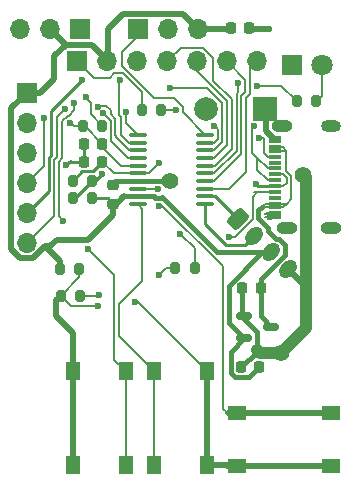
<source format=gbr>
G04 #@! TF.GenerationSoftware,KiCad,Pcbnew,7.0.8-7.0.8~ubuntu22.04.1*
G04 #@! TF.CreationDate,2024-07-29T11:47:05+09:00*
G04 #@! TF.ProjectId,FreqCounter3203,46726571-436f-4756-9e74-657233323033,rev?*
G04 #@! TF.SameCoordinates,Original*
G04 #@! TF.FileFunction,Copper,L1,Top*
G04 #@! TF.FilePolarity,Positive*
%FSLAX46Y46*%
G04 Gerber Fmt 4.6, Leading zero omitted, Abs format (unit mm)*
G04 Created by KiCad (PCBNEW 7.0.8-7.0.8~ubuntu22.04.1) date 2024-07-29 11:47:05*
%MOMM*%
%LPD*%
G01*
G04 APERTURE LIST*
G04 Aperture macros list*
%AMRoundRect*
0 Rectangle with rounded corners*
0 $1 Rounding radius*
0 $2 $3 $4 $5 $6 $7 $8 $9 X,Y pos of 4 corners*
0 Add a 4 corners polygon primitive as box body*
4,1,4,$2,$3,$4,$5,$6,$7,$8,$9,$2,$3,0*
0 Add four circle primitives for the rounded corners*
1,1,$1+$1,$2,$3*
1,1,$1+$1,$4,$5*
1,1,$1+$1,$6,$7*
1,1,$1+$1,$8,$9*
0 Add four rect primitives between the rounded corners*
20,1,$1+$1,$2,$3,$4,$5,0*
20,1,$1+$1,$4,$5,$6,$7,0*
20,1,$1+$1,$6,$7,$8,$9,0*
20,1,$1+$1,$8,$9,$2,$3,0*%
%AMHorizOval*
0 Thick line with rounded ends*
0 $1 width*
0 $2 $3 position (X,Y) of the first rounded end (center of the circle)*
0 $4 $5 position (X,Y) of the second rounded end (center of the circle)*
0 Add line between two ends*
20,1,$1,$2,$3,$4,$5,0*
0 Add two circle primitives to create the rounded ends*
1,1,$1,$2,$3*
1,1,$1,$4,$5*%
G04 Aperture macros list end*
G04 #@! TA.AperFunction,SMDPad,CuDef*
%ADD10RoundRect,0.200000X-0.200000X-0.275000X0.200000X-0.275000X0.200000X0.275000X-0.200000X0.275000X0*%
G04 #@! TD*
G04 #@! TA.AperFunction,ComponentPad*
%ADD11R,1.800000X1.800000*%
G04 #@! TD*
G04 #@! TA.AperFunction,ComponentPad*
%ADD12C,1.800000*%
G04 #@! TD*
G04 #@! TA.AperFunction,SMDPad,CuDef*
%ADD13RoundRect,0.200000X0.200000X0.275000X-0.200000X0.275000X-0.200000X-0.275000X0.200000X-0.275000X0*%
G04 #@! TD*
G04 #@! TA.AperFunction,SMDPad,CuDef*
%ADD14RoundRect,0.225000X-0.225000X-0.250000X0.225000X-0.250000X0.225000X0.250000X-0.225000X0.250000X0*%
G04 #@! TD*
G04 #@! TA.AperFunction,ComponentPad*
%ADD15R,1.700000X1.700000*%
G04 #@! TD*
G04 #@! TA.AperFunction,ComponentPad*
%ADD16O,1.700000X1.700000*%
G04 #@! TD*
G04 #@! TA.AperFunction,SMDPad,CuDef*
%ADD17R,1.300000X1.550000*%
G04 #@! TD*
G04 #@! TA.AperFunction,SMDPad,CuDef*
%ADD18RoundRect,0.225000X0.250000X-0.225000X0.250000X0.225000X-0.250000X0.225000X-0.250000X-0.225000X0*%
G04 #@! TD*
G04 #@! TA.AperFunction,SMDPad,CuDef*
%ADD19RoundRect,0.150000X-0.512500X-0.150000X0.512500X-0.150000X0.512500X0.150000X-0.512500X0.150000X0*%
G04 #@! TD*
G04 #@! TA.AperFunction,SMDPad,CuDef*
%ADD20R,1.550000X1.300000*%
G04 #@! TD*
G04 #@! TA.AperFunction,SMDPad,CuDef*
%ADD21RoundRect,0.100000X-0.637500X-0.100000X0.637500X-0.100000X0.637500X0.100000X-0.637500X0.100000X0*%
G04 #@! TD*
G04 #@! TA.AperFunction,SMDPad,CuDef*
%ADD22R,1.140000X0.300000*%
G04 #@! TD*
G04 #@! TA.AperFunction,ComponentPad*
%ADD23O,1.800000X1.000000*%
G04 #@! TD*
G04 #@! TA.AperFunction,ComponentPad*
%ADD24O,1.700000X1.000000*%
G04 #@! TD*
G04 #@! TA.AperFunction,ComponentPad*
%ADD25R,2.000000X2.000000*%
G04 #@! TD*
G04 #@! TA.AperFunction,ComponentPad*
%ADD26C,2.000000*%
G04 #@! TD*
G04 #@! TA.AperFunction,ComponentPad*
%ADD27RoundRect,0.250000X-0.689429X-0.194454X-0.194454X-0.689429X0.689429X0.194454X0.194454X0.689429X0*%
G04 #@! TD*
G04 #@! TA.AperFunction,ComponentPad*
%ADD28HorizOval,1.200000X-0.194454X-0.194454X0.194454X0.194454X0*%
G04 #@! TD*
G04 #@! TA.AperFunction,ViaPad*
%ADD29C,0.600000*%
G04 #@! TD*
G04 #@! TA.AperFunction,ViaPad*
%ADD30C,1.399540*%
G04 #@! TD*
G04 #@! TA.AperFunction,Conductor*
%ADD31C,0.203200*%
G04 #@! TD*
G04 #@! TA.AperFunction,Conductor*
%ADD32C,0.508000*%
G04 #@! TD*
G04 #@! TA.AperFunction,Conductor*
%ADD33C,0.250000*%
G04 #@! TD*
G04 #@! TA.AperFunction,Conductor*
%ADD34C,0.254000*%
G04 #@! TD*
G04 #@! TA.AperFunction,Conductor*
%ADD35C,0.381000*%
G04 #@! TD*
G04 #@! TA.AperFunction,Conductor*
%ADD36C,1.016000*%
G04 #@! TD*
G04 APERTURE END LIST*
D10*
X133885600Y-59494800D03*
X135535600Y-59494800D03*
D11*
X153545600Y-42244800D03*
D12*
X156085600Y-42244800D03*
D13*
X136635600Y-52044800D03*
X134985600Y-52044800D03*
D14*
X149235600Y-67844800D03*
X150785600Y-67844800D03*
X135935600Y-48944800D03*
X137485600Y-48944800D03*
X148385600Y-39144800D03*
X149935600Y-39144800D03*
D15*
X140545600Y-39244800D03*
D16*
X143085600Y-39244800D03*
X145625600Y-39244800D03*
D13*
X137485600Y-47444800D03*
X135835600Y-47444800D03*
D17*
X146385600Y-68194800D03*
X146385600Y-76144800D03*
X141885600Y-68194800D03*
X141885600Y-76144800D03*
D14*
X135935600Y-50444800D03*
X137485600Y-50444800D03*
D18*
X138385600Y-53994800D03*
X138385600Y-52444800D03*
D19*
X149510600Y-63494800D03*
X149510600Y-65394800D03*
X151785600Y-64444800D03*
D10*
X133985600Y-61794800D03*
X135635600Y-61794800D03*
D17*
X134985600Y-76144800D03*
X134985600Y-68194800D03*
X139485600Y-76144800D03*
X139485600Y-68194800D03*
D14*
X149335600Y-61144800D03*
X150885600Y-61144800D03*
D15*
X135625600Y-39244800D03*
D16*
X133085600Y-39244800D03*
X130545600Y-39244800D03*
D13*
X145310600Y-59444800D03*
X143660600Y-59444800D03*
D20*
X156860600Y-76244800D03*
X148910600Y-76244800D03*
X156860600Y-71744800D03*
X148910600Y-71744800D03*
D13*
X142485600Y-46044800D03*
X140835600Y-46044800D03*
D10*
X153935600Y-45344800D03*
X155585600Y-45344800D03*
D21*
X140473100Y-48169800D03*
X140473100Y-48819800D03*
X140473100Y-49469800D03*
X140473100Y-50119800D03*
X140473100Y-50769800D03*
X140473100Y-51419800D03*
X140473100Y-52069800D03*
X140473100Y-52719800D03*
X140473100Y-53369800D03*
X140473100Y-54019800D03*
X146198100Y-54019800D03*
X146198100Y-53369800D03*
X146198100Y-52719800D03*
X146198100Y-52069800D03*
X146198100Y-51419800D03*
X146198100Y-50769800D03*
X146198100Y-50119800D03*
X146198100Y-49469800D03*
X146198100Y-48819800D03*
X146198100Y-48169800D03*
D13*
X136635600Y-53544800D03*
X134985600Y-53544800D03*
D22*
X152135600Y-55114800D03*
X152135600Y-54314800D03*
X152135600Y-53014800D03*
X152135600Y-52014800D03*
X152135600Y-51514800D03*
X152135600Y-50514800D03*
X152135600Y-49214800D03*
X152135600Y-48414800D03*
X152135600Y-48714800D03*
X152135600Y-49514800D03*
X152135600Y-50014800D03*
X152135600Y-51014800D03*
X152135600Y-52514800D03*
X152135600Y-53514800D03*
X152135600Y-54014800D03*
X152135600Y-54814800D03*
D23*
X153085600Y-56084800D03*
X156885600Y-56084800D03*
X152705600Y-47444800D03*
D24*
X156885600Y-47444800D03*
D15*
X135345600Y-41944800D03*
D16*
X137885600Y-41944800D03*
X140425600Y-41944800D03*
X142965600Y-41944800D03*
X145505600Y-41944800D03*
X148045600Y-41944800D03*
X150585600Y-41944800D03*
D15*
X131085600Y-44624800D03*
D16*
X131085600Y-47164800D03*
X131085600Y-49704800D03*
X131085600Y-52244800D03*
X131085600Y-54784800D03*
X131085600Y-57324800D03*
D25*
X151235600Y-45944800D03*
D26*
X146235600Y-45944800D03*
D27*
X148942959Y-55302159D03*
D28*
X150357173Y-56716373D03*
X151771386Y-58130586D03*
X153185600Y-59544800D03*
D29*
X148985600Y-43796400D03*
X151655600Y-55114800D03*
X140285600Y-62294800D03*
X137135600Y-62644800D03*
X134385600Y-50694800D03*
X134385600Y-50694800D03*
X150485600Y-52344800D03*
X137485600Y-51444800D03*
X142285600Y-60044800D03*
D30*
X152585600Y-66644800D03*
D29*
X137185600Y-61744800D03*
X151585600Y-39244800D03*
D30*
X154483249Y-51533730D03*
X143180532Y-52069570D03*
D29*
X134785600Y-47144800D03*
X142285600Y-50544800D03*
X143249380Y-44202023D03*
X132508600Y-46744800D03*
X137580800Y-46344800D03*
X135785600Y-43509233D03*
X138981621Y-43548783D03*
X150592000Y-44044800D03*
X134333128Y-45949810D03*
X137085600Y-45823000D03*
X134185600Y-55444800D03*
X139485600Y-46244800D03*
X136276170Y-57831224D03*
X135111912Y-45475912D03*
X142276405Y-54178079D03*
X142226496Y-52797079D03*
X146964847Y-47444693D03*
X148185600Y-56844800D03*
X144085600Y-56544800D03*
X150770903Y-48459497D03*
X143685600Y-46044800D03*
X136085600Y-44944800D03*
X150290400Y-47449937D03*
D31*
X148982400Y-44577790D02*
X148982400Y-43799600D01*
X142965600Y-41944800D02*
X144112544Y-40797856D01*
X150585600Y-41944800D02*
X149990400Y-42540000D01*
X149990400Y-44710210D02*
X149688800Y-45011810D01*
X153935600Y-45344800D02*
X152635600Y-44044800D01*
X146198100Y-50119800D02*
X146935600Y-50119800D01*
X146198100Y-51419800D02*
X146935600Y-51419800D01*
X150169303Y-47571034D02*
X150290400Y-47449937D01*
X150169303Y-49695031D02*
X150169303Y-47571034D01*
X146935600Y-50119800D02*
X148043600Y-49011800D01*
X149656400Y-51273999D02*
X148210599Y-52719800D01*
X149656400Y-47994211D02*
X149656400Y-51273999D01*
X150585600Y-50111328D02*
X150169303Y-49695031D01*
X148850000Y-49505400D02*
X148850000Y-44710189D01*
X148850000Y-44710189D02*
X148982400Y-44577790D01*
X147015390Y-50769800D02*
X146198100Y-50769800D01*
X148982400Y-43799600D02*
X148985600Y-43796400D01*
X144112544Y-40797856D02*
X146038656Y-40797856D01*
X146038656Y-40797856D02*
X146894000Y-41653200D01*
X148210599Y-52719800D02*
X146198100Y-52719800D01*
X146894000Y-43622039D02*
X148446800Y-45174839D01*
X152635600Y-44044800D02*
X150592000Y-44044800D01*
X148446800Y-45174839D02*
X148446800Y-49338390D01*
X148446800Y-49338390D02*
X147015390Y-50769800D01*
X146894000Y-41653200D02*
X146894000Y-43622039D01*
X148043600Y-49011800D02*
X148043600Y-45341849D01*
X145505600Y-42803850D02*
X145505600Y-41944800D01*
X149688800Y-45011810D02*
X149688800Y-47961811D01*
X146935600Y-51419800D02*
X148850000Y-49505400D01*
X149688800Y-47961811D02*
X149656400Y-47994211D01*
X148043600Y-45341849D02*
X145505600Y-42803850D01*
X149990400Y-42540000D02*
X149990400Y-44710210D01*
X148045600Y-41944800D02*
X149587200Y-43486400D01*
X149587200Y-43486400D02*
X149587200Y-44543200D01*
X149587200Y-44543200D02*
X149253200Y-44877200D01*
X149253200Y-44877200D02*
X149253200Y-49777200D01*
X149253200Y-49777200D02*
X146960600Y-52069800D01*
X146960600Y-52069800D02*
X146198100Y-52069800D01*
X146198100Y-49469800D02*
X146935600Y-49469800D01*
X146333563Y-44202023D02*
X143249380Y-44202023D01*
X147640400Y-45508860D02*
X146333563Y-44202023D01*
X146935600Y-49469800D02*
X147640400Y-48765000D01*
X147640400Y-48765000D02*
X147640400Y-45508860D01*
X152135600Y-55114800D02*
X151655600Y-55114800D01*
X152135600Y-54814800D02*
X151365600Y-54814800D01*
X151365600Y-54814800D02*
X151285600Y-54894800D01*
X151435600Y-54894800D02*
X151655600Y-55114800D01*
X151285600Y-54894800D02*
X151435600Y-54894800D01*
X152135600Y-55114800D02*
X151285600Y-55114800D01*
X140285600Y-62294800D02*
X140485600Y-62294800D01*
X140485600Y-62294800D02*
X146385600Y-68194800D01*
X138482400Y-60037454D02*
X136276170Y-57831224D01*
X140473100Y-54019800D02*
X140860600Y-54407300D01*
X139485600Y-68194800D02*
X138482400Y-67191600D01*
X138885600Y-65194800D02*
X141885600Y-68194800D01*
X138482400Y-67191600D02*
X138482400Y-60037454D01*
X140860600Y-54407300D02*
X140860600Y-60544800D01*
X140860600Y-60544800D02*
X138885600Y-62519800D01*
X138885600Y-62519800D02*
X138885600Y-65194800D01*
X133985600Y-61794800D02*
X134835600Y-62644800D01*
X134835600Y-62644800D02*
X137135600Y-62644800D01*
D32*
X153185600Y-59544800D02*
X154688511Y-61047711D01*
X154688511Y-61047711D02*
X154688511Y-64541889D01*
D31*
X134536409Y-46543200D02*
X134085600Y-46994009D01*
D33*
X134835600Y-50444800D02*
X134635600Y-50444800D01*
D34*
X131085600Y-54784800D02*
X132952201Y-52918199D01*
D31*
X133655800Y-46627138D02*
X134333128Y-45949810D01*
D33*
X134635600Y-50444800D02*
X134385600Y-50694800D01*
D31*
X135111912Y-45475912D02*
X135111912Y-46092528D01*
X133784000Y-50445609D02*
X133784000Y-55043200D01*
X134085600Y-50144009D02*
X133784000Y-50445609D01*
X133784000Y-55043200D02*
X134185600Y-55444800D01*
X133380800Y-55029600D02*
X133380800Y-50278598D01*
X134085600Y-46994009D02*
X134085600Y-50144009D01*
X134661240Y-46543200D02*
X134536409Y-46543200D01*
D34*
X132952201Y-50101065D02*
X133177198Y-49876068D01*
X133177198Y-46117635D02*
X135785600Y-43509233D01*
D31*
X135111912Y-46092528D02*
X134661240Y-46543200D01*
D34*
X133177198Y-49876068D02*
X133177198Y-46117635D01*
D31*
X133655800Y-50003599D02*
X133655800Y-46627138D01*
X133380800Y-50278598D02*
X133655800Y-50003599D01*
X131085600Y-57324800D02*
X133380800Y-55029600D01*
D34*
X132952201Y-52918199D02*
X132952201Y-50101065D01*
D33*
X135935600Y-50444800D02*
X134835600Y-50444800D01*
X134785600Y-50394800D02*
X134835600Y-50444800D01*
D35*
X150563600Y-66144800D02*
X150563600Y-66394800D01*
X150563600Y-66394800D02*
X150563600Y-66516800D01*
D36*
X152585600Y-66644800D02*
X150813600Y-66644800D01*
X150813600Y-66644800D02*
X150563600Y-66394800D01*
D31*
X139185600Y-42331760D02*
X140442120Y-43588280D01*
X140442120Y-43588280D02*
X141898640Y-45044800D01*
D32*
X131085600Y-44624800D02*
X132230508Y-44624800D01*
X132230508Y-44624800D02*
X133431366Y-43423942D01*
X133431366Y-43423942D02*
X133431366Y-41503034D01*
X133431366Y-41503034D02*
X134385600Y-40548800D01*
D36*
X154483249Y-51533730D02*
X154688511Y-51738992D01*
X154688511Y-51738992D02*
X154688511Y-64541889D01*
X154688511Y-64541889D02*
X152585600Y-66644800D01*
D31*
X152782128Y-51514800D02*
X153085600Y-51818272D01*
X152135600Y-51514800D02*
X152782128Y-51514800D01*
X153488800Y-53641600D02*
X153115600Y-54014800D01*
X153488800Y-51651262D02*
X153488800Y-53641600D01*
X153085600Y-51844800D02*
X153085600Y-52244800D01*
X153055600Y-49514800D02*
X153055600Y-51218062D01*
X153055600Y-51218062D02*
X153488800Y-51651262D01*
X153085600Y-52244800D02*
X152815600Y-52514800D01*
X152815600Y-52514800D02*
X152135600Y-52514800D01*
D33*
X150485600Y-52344800D02*
X150655600Y-52514800D01*
X150655600Y-52514800D02*
X152135600Y-52514800D01*
D35*
X143180302Y-52069800D02*
X143180532Y-52069570D01*
D31*
X142569670Y-54178079D02*
X142276405Y-54178079D01*
X147693501Y-71352701D02*
X147693501Y-59301910D01*
D35*
X142512511Y-53487579D02*
X142540592Y-53459498D01*
X141822702Y-53369800D02*
X141940481Y-53487579D01*
X141940481Y-53487579D02*
X142512511Y-53487579D01*
D31*
X147693501Y-59301910D02*
X142569670Y-54178079D01*
D35*
X142540592Y-53459498D02*
X142558423Y-53459498D01*
D31*
X142149217Y-52719800D02*
X142226496Y-52797079D01*
D35*
X147229511Y-58130586D02*
X151004364Y-58130586D01*
X140473100Y-52069800D02*
X143180302Y-52069800D01*
X140473100Y-53369800D02*
X141822702Y-53369800D01*
D31*
X148085600Y-71744800D02*
X147693501Y-71352701D01*
D35*
X142558423Y-53459498D02*
X147229511Y-58130586D01*
D31*
X140473100Y-52719800D02*
X142149217Y-52719800D01*
X137162200Y-50843200D02*
X137160600Y-50844800D01*
X137884000Y-50843200D02*
X137162200Y-50843200D01*
X137885600Y-50844800D02*
X137884000Y-50843200D01*
D33*
X136635600Y-52044800D02*
X136885600Y-52044800D01*
X136885600Y-52044800D02*
X137485600Y-51444800D01*
X136635600Y-53544800D02*
X137935600Y-53544800D01*
X137935600Y-53544800D02*
X138385600Y-53994800D01*
X134985600Y-52044800D02*
X135785600Y-51244800D01*
X135785600Y-51244800D02*
X136685600Y-51244800D01*
X136685600Y-51244800D02*
X137485600Y-50444800D01*
X134985600Y-53544800D02*
X135135600Y-53544800D01*
X135135600Y-53544800D02*
X136635600Y-52044800D01*
X135935600Y-48944800D02*
X135935600Y-50444800D01*
D31*
X140835600Y-46044800D02*
X140835600Y-44551970D01*
D32*
X151356689Y-46065889D02*
X151356689Y-47843248D01*
D31*
X142885600Y-59444800D02*
X142285600Y-60044800D01*
X138512560Y-42944800D02*
X138112560Y-43344800D01*
D35*
X150563600Y-64847800D02*
X150563600Y-66144800D01*
D31*
X136745600Y-43344800D02*
X135345600Y-41944800D01*
D32*
X151235600Y-45944800D02*
X151356689Y-46065889D01*
D31*
X143660600Y-59444800D02*
X142885600Y-59444800D01*
X140835600Y-44551970D02*
X139228430Y-42944800D01*
D35*
X140473100Y-52069800D02*
X139585600Y-52069800D01*
X139585600Y-52069800D02*
X139260600Y-52069800D01*
D32*
X150035600Y-39244800D02*
X149935600Y-39144800D01*
X151356689Y-47843248D02*
X151928241Y-48414800D01*
D31*
X138112560Y-43344800D02*
X136745600Y-43344800D01*
D32*
X151585600Y-39244800D02*
X150035600Y-39244800D01*
D31*
X137135600Y-61794800D02*
X137185600Y-61744800D01*
D35*
X149510600Y-63794800D02*
X150563600Y-64847800D01*
X139585600Y-52069800D02*
X138585600Y-52069800D01*
X149510600Y-63494800D02*
X149510600Y-63794800D01*
X150563600Y-66516800D02*
X149235600Y-67844800D01*
X149335600Y-61144800D02*
X149335600Y-63319800D01*
D31*
X135635600Y-61794800D02*
X137135600Y-61794800D01*
X139228430Y-42944800D02*
X138512560Y-42944800D01*
D35*
X149335600Y-63319800D02*
X149510600Y-63494800D01*
D31*
X135835600Y-47444800D02*
X135085600Y-47444800D01*
X135985600Y-47444800D02*
X137485600Y-48944800D01*
X139030326Y-50769800D02*
X140473100Y-50769800D01*
X137485600Y-48944800D02*
X137485600Y-49225074D01*
X137485600Y-49225074D02*
X139030326Y-50769800D01*
X135835600Y-47444800D02*
X135985600Y-47444800D01*
X135085600Y-47444800D02*
X134785600Y-47144800D01*
D32*
X139360600Y-53369800D02*
X138385600Y-54344800D01*
D35*
X140473100Y-53369800D02*
X139360600Y-53369800D01*
D32*
X133619133Y-57077585D02*
X133168759Y-57527959D01*
D35*
X148751100Y-68710300D02*
X148385600Y-68344800D01*
D32*
X148485600Y-39244800D02*
X145625600Y-39244800D01*
D35*
X148385600Y-68344800D02*
X148385600Y-66519800D01*
D32*
X138385600Y-54344800D02*
X138385600Y-54944800D01*
D35*
X148185600Y-64069800D02*
X149510600Y-65394800D01*
X151771386Y-58130586D02*
X151004364Y-58130586D01*
D32*
X134385600Y-40544800D02*
X133085600Y-39244800D01*
X134385600Y-40548800D02*
X136609600Y-40548800D01*
D35*
X148385600Y-66519800D02*
X149510600Y-65394800D01*
D32*
X138385600Y-54944800D02*
X136252815Y-57077585D01*
X139241600Y-37940800D02*
X138005600Y-39176800D01*
X136609600Y-40548800D02*
X138005600Y-41944800D01*
D35*
X151004364Y-58130586D02*
X148185600Y-60949350D01*
D32*
X138005600Y-39176800D02*
X138005600Y-41944800D01*
D35*
X150785600Y-67844800D02*
X149920100Y-68710300D01*
D32*
X133885600Y-58844800D02*
X132647667Y-57606867D01*
X130545465Y-58628800D02*
X129781600Y-57864935D01*
X145625600Y-39244800D02*
X144321600Y-37940800D01*
X133089851Y-57606867D02*
X133168759Y-57527959D01*
X132647667Y-57606867D02*
X133089851Y-57606867D01*
X134385600Y-40548800D02*
X134385600Y-40544800D01*
X136252815Y-57077585D02*
X133619133Y-57077585D01*
X133885600Y-59494800D02*
X133885600Y-58844800D01*
X129781600Y-57864935D02*
X129781600Y-45928800D01*
D35*
X149920100Y-68710300D02*
X148751100Y-68710300D01*
D32*
X129781600Y-45928800D02*
X131085600Y-44624800D01*
D35*
X140473100Y-53369800D02*
X139691928Y-53369800D01*
D32*
X131625735Y-58628800D02*
X130545465Y-58628800D01*
X144321600Y-37940800D02*
X139241600Y-37940800D01*
D35*
X148185600Y-60949350D02*
X148185600Y-64069800D01*
D32*
X132647667Y-57606867D02*
X131625735Y-58628800D01*
D31*
X137485600Y-50444800D02*
X138460600Y-51419800D01*
X142485600Y-50344800D02*
X142285600Y-50544800D01*
X138460600Y-51419800D02*
X140473100Y-51419800D01*
X141410600Y-51419800D02*
X142285600Y-50544800D01*
X140473100Y-51419800D02*
X141410600Y-51419800D01*
X156085600Y-44844800D02*
X155585600Y-45344800D01*
X156085600Y-42244800D02*
X156085600Y-44844800D01*
X143536391Y-45044800D02*
X144287200Y-45795609D01*
X139810600Y-40519800D02*
X139185600Y-41144800D01*
X144287200Y-45795609D02*
X144287200Y-46258900D01*
X139810600Y-40519800D02*
X139934000Y-40396400D01*
X144287200Y-46258900D02*
X146198100Y-48169800D01*
X140545600Y-39244800D02*
X140545600Y-39784800D01*
X140545600Y-39784800D02*
X139810600Y-40519800D01*
X141898640Y-45044800D02*
X143536391Y-45044800D01*
X139185600Y-41144800D02*
X139185600Y-42331760D01*
D32*
X147985600Y-76144800D02*
X146385600Y-76144800D01*
X148085600Y-76244800D02*
X147985600Y-76144800D01*
X134985600Y-64944800D02*
X134985600Y-68194800D01*
X133585600Y-62194800D02*
X133585600Y-63544800D01*
X133985600Y-61794800D02*
X133585600Y-62194800D01*
X134985600Y-68194800D02*
X134985600Y-76144800D01*
D31*
X135535600Y-60244800D02*
X133985600Y-61794800D01*
D32*
X156035600Y-76244800D02*
X148085600Y-76244800D01*
D31*
X135535600Y-59494800D02*
X135535600Y-60244800D01*
D32*
X133585600Y-63544800D02*
X134985600Y-64944800D01*
X146385600Y-76144800D02*
X146385600Y-68194800D01*
D31*
X138187200Y-48329770D02*
X138187200Y-46962032D01*
X138187200Y-46962032D02*
X137580800Y-46355632D01*
X139660600Y-50119800D02*
X138237200Y-48696400D01*
X132508600Y-50821800D02*
X132508600Y-46744800D01*
X140473100Y-50119800D02*
X139660600Y-50119800D01*
X137580800Y-46355632D02*
X137580800Y-46344800D01*
X138237200Y-48696400D02*
X138237200Y-48379770D01*
X131085600Y-52244800D02*
X132508600Y-50821800D01*
X138237200Y-48379770D02*
X138187200Y-48329770D01*
X138884000Y-43646404D02*
X138981621Y-43548783D01*
X139082400Y-46692391D02*
X138884000Y-46493991D01*
X140473100Y-48819800D02*
X139735600Y-48819800D01*
X138884000Y-46493991D02*
X138884000Y-43646404D01*
X139082400Y-48166600D02*
X139082400Y-46692391D01*
X139735600Y-48819800D02*
X139082400Y-48166600D01*
X139735600Y-49469800D02*
X138640400Y-48374600D01*
X138590400Y-48162760D02*
X138590400Y-46795022D01*
X138182400Y-46387022D02*
X138182400Y-46095609D01*
X138640400Y-48212760D02*
X138590400Y-48162760D01*
X138182400Y-46095609D02*
X137829991Y-45743200D01*
X137165400Y-45743200D02*
X137085600Y-45823000D01*
X140473100Y-49469800D02*
X139735600Y-49469800D01*
X138590400Y-46795022D02*
X138182400Y-46387022D01*
X137829991Y-45743200D02*
X137165400Y-45743200D01*
X138640400Y-48374600D02*
X138640400Y-48212760D01*
X153115600Y-54014800D02*
X152815600Y-54314800D01*
X152135600Y-54014800D02*
X153115600Y-54014800D01*
D35*
X151542127Y-56097261D02*
X150693501Y-55248635D01*
D31*
X152135600Y-49214800D02*
X152755600Y-49214800D01*
D35*
X150693501Y-55248635D02*
X150693501Y-54536899D01*
X150885600Y-61144800D02*
X150885600Y-63544800D01*
D31*
X153055600Y-49514800D02*
X152135600Y-49514800D01*
D35*
X150885600Y-63544800D02*
X151785600Y-64444800D01*
D31*
X152755600Y-49214800D02*
X153055600Y-49514800D01*
X152135600Y-54314800D02*
X151055600Y-54314800D01*
D35*
X150693501Y-54536899D02*
X150985600Y-54244800D01*
X151542127Y-56301327D02*
X151542127Y-56097261D01*
X152956340Y-57525852D02*
X152405788Y-56975300D01*
D31*
X151055600Y-54314800D02*
X150985600Y-54244800D01*
X152135600Y-54014800D02*
X151215600Y-54014800D01*
D35*
X150885600Y-61144800D02*
X150885600Y-60417150D01*
X152956340Y-58346410D02*
X152956340Y-57525852D01*
X150885600Y-60417150D02*
X152956340Y-58346410D01*
D31*
X151215600Y-54014800D02*
X150985600Y-54244800D01*
D35*
X152405788Y-56975300D02*
X152216100Y-56975300D01*
D31*
X152815600Y-54314800D02*
X152135600Y-54314800D01*
D35*
X152216100Y-56975300D02*
X151542127Y-56301327D01*
D33*
X147010600Y-53369800D02*
X146198100Y-53369800D01*
X148942959Y-55302159D02*
X147010600Y-53369800D01*
X146198100Y-54019800D02*
X146198100Y-55741184D01*
X146198100Y-55741184D02*
X147928317Y-57471401D01*
X147928317Y-57471401D02*
X149602145Y-57471401D01*
X149602145Y-57471401D02*
X150357173Y-56716373D01*
D31*
X139485600Y-47182300D02*
X139485600Y-46244800D01*
X140473100Y-48169800D02*
X139485600Y-47182300D01*
X139485600Y-68194800D02*
X139485600Y-76144800D01*
D32*
X148085600Y-71744800D02*
X156035600Y-71744800D01*
D31*
X141885600Y-68194800D02*
X141885600Y-76144800D01*
X147237200Y-47717046D02*
X146964847Y-47444693D01*
X147237200Y-48518200D02*
X147237200Y-47717046D01*
X146198100Y-48819800D02*
X146935600Y-48819800D01*
X146935600Y-48819800D02*
X147237200Y-48518200D01*
X150585600Y-53044800D02*
X152105600Y-53044800D01*
X150585600Y-53044800D02*
X150201401Y-53428999D01*
X144085600Y-56544800D02*
X145310600Y-57769800D01*
X152105600Y-53044800D02*
X152135600Y-53014800D01*
X150310600Y-53044800D02*
X150585600Y-53044800D01*
X148685600Y-56844800D02*
X148185600Y-56844800D01*
X150201401Y-53428999D02*
X150201401Y-55328999D01*
X145310600Y-57769800D02*
X145310600Y-59444800D01*
X150201401Y-55328999D02*
X148685600Y-56844800D01*
X151187200Y-48459497D02*
X150770903Y-48459497D01*
X151187200Y-49712928D02*
X151187200Y-48544800D01*
X152135600Y-50014800D02*
X151489072Y-50014800D01*
X151489072Y-50014800D02*
X151187200Y-49712928D01*
X151187200Y-48544800D02*
X151187200Y-48459497D01*
X150685600Y-48544800D02*
X150770903Y-48459497D01*
X142485600Y-46044800D02*
X143685600Y-46044800D01*
X151489072Y-51014800D02*
X152135600Y-51014800D01*
X136484000Y-46443200D02*
X136484000Y-45446400D01*
X136085600Y-45044800D02*
X136085600Y-44944800D01*
X136485600Y-45444800D02*
X136085600Y-45044800D01*
X150585600Y-50111328D02*
X151489072Y-51014800D01*
X150585600Y-51111328D02*
X150585600Y-50111328D01*
X136485600Y-45444800D02*
X136484000Y-45446400D01*
X152135600Y-52014800D02*
X151489072Y-52014800D01*
X151489072Y-52014800D02*
X150585600Y-51111328D01*
X137485600Y-47444800D02*
X136484000Y-46443200D01*
M02*

</source>
